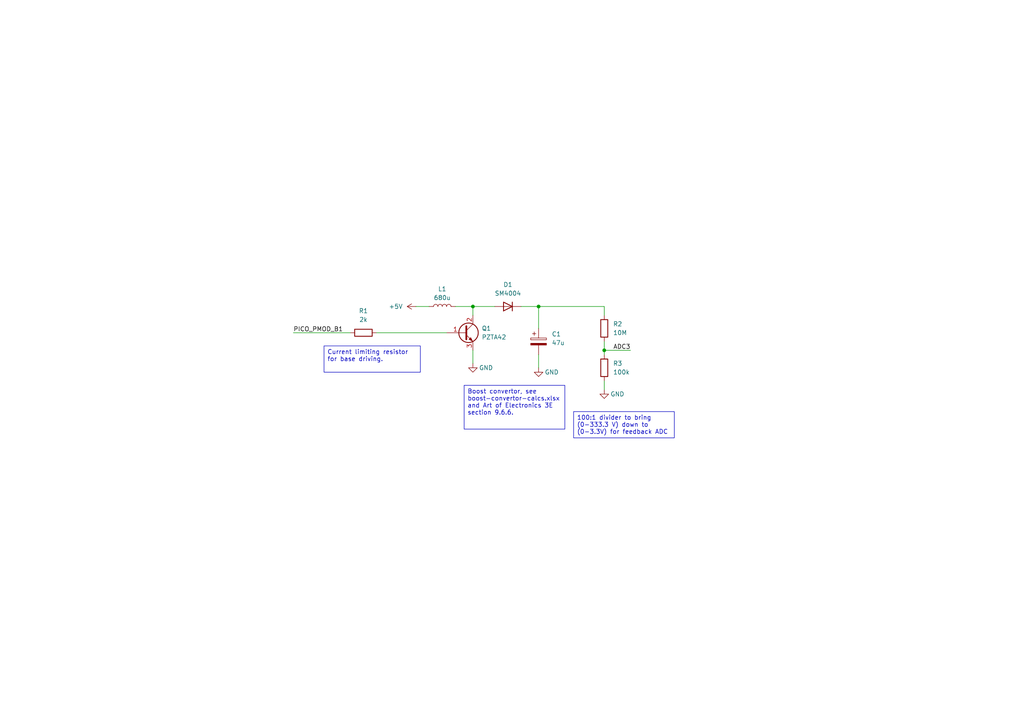
<source format=kicad_sch>
(kicad_sch (version 20230121) (generator eeschema)
  (paper "A4")
  (title_block (title "High voltage supply"))
  (lib_symbols
    (symbol "Device:C_Polarized" (pin_numbers hide) (pin_names (offset 0.254))
      (property "Reference" "C" (at 0.635 2.54 0))
      (property "Value" "C_Polarized" (at 0.635 -2.54 0))
      (symbol "C_Polarized_0_1"
        (rectangle (start -2.286 0.508) (end 2.286 1.016))
        (polyline (pts (xy -1.778 2.286) (xy -0.762 2.286)))
        (polyline (pts (xy -1.27 2.794) (xy -1.27 1.778)))
        (rectangle (start 2.286 -0.508) (end -2.286 -1.016) (fill (type outline)))
      )
      (symbol "C_Polarized_1_1"
        (pin passive line (at 0 3.81 270) (length 2.794) (name "~") (number "1"))
        (pin passive line (at 0 -3.81 90) (length 2.794) (name "~") (number "2"))
      )
    )
    (symbol "Device:L" (pin_numbers hide) (pin_names (offset 1.016) hide)
      (property "Reference" "L" (at -1.27 0 90))
      (property "Value" "L" (at 1.905 0 90))
      (symbol "L_0_1"
        (arc (start 0 -2.54) (mid 0.6323 -1.905) (end 0 -1.27))
        (arc (start 0 -1.27) (mid 0.6323 -0.635) (end 0 0))
        (arc (start 0 0) (mid 0.6323 0.635) (end 0 1.27))
        (arc (start 0 1.27) (mid 0.6323 1.905) (end 0 2.54))
      )
      (symbol "L_1_1"
        (pin passive line (at 0 3.81 270) (length 1.27) (name "1") (number "1"))
        (pin passive line (at 0 -3.81 90) (length 1.27) (name "2") (number "2"))
      )
    )
    (symbol "Device:R" (pin_numbers hide) (pin_names (offset 0))
      (property "Reference" "R" (at 2.032 0 90))
      (property "Value" "R" (at 0 0 90))
      (symbol "R_0_1"
        (rectangle (start -1.016 -2.54) (end 1.016 2.54) (stroke (width 0.254)))
      )
      (symbol "R_1_1"
        (pin passive line (at 0 3.81 270) (length 1.27) (name "~") (number "1"))
        (pin passive line (at 0 -3.81 90) (length 1.27) (name "~") (number "2"))
      )
    )
    (symbol "Diode:SM4004" (pin_numbers hide) (pin_names hide)
      (property "Reference" "D" (at 0 2.54 0))
      (property "Value" "SM4004" (at 0 -2.54 0))
      (symbol "SM4004_0_1"
        (polyline (pts (xy -1.27 1.27) (xy -1.27 -1.27)) (stroke (width 0.254)))
        (polyline (pts (xy 1.27 0) (xy -1.27 0)))
        (polyline (pts (xy 1.27 1.27) (xy 1.27 -1.27) (xy -1.27 0) (xy 1.27 1.27)) (stroke (width 0.254)))
      )
      (symbol "SM4004_1_1"
        (pin passive line (at -3.81 0 0) (length 2.54) (name "K") (number "1"))
        (pin passive line (at 3.81 0 180) (length 2.54) (name "A") (number "2"))
      )
    )
    (symbol "Transistor_BJT:PZTA42" (pin_names (offset 0) hide)
      (property "Reference" "Q" (at 5.08 1.905 0))
      (property "Value" "PZTA42" (at 5.08 0 0))
      (symbol "PZTA42_0_1"
        (polyline (pts (xy 0 0) (xy 0.635 0)))
        (polyline (pts (xy 2.54 -2.54) (xy 0.635 -0.635)))
        (polyline (pts (xy 2.54 2.54) (xy 0.635 0.635)))
        (polyline (pts (xy 0.635 1.905) (xy 0.635 -1.905) (xy 0.635 -1.905)) (stroke (width 0.508)))
        (polyline (pts (xy 2.286 -2.286) (xy 1.778 -1.778) (xy 1.778 -1.778)))
        (polyline (pts (xy 1.397 -1.905) (xy 1.905 -1.397) (xy 2.413 -2.413) (xy 1.397 -1.905) (xy 1.397 -1.905)) (fill (type outline)))
        (circle (center 1.27 0) (radius 2.8194) (stroke (width 0.254)))
      )
      (symbol "PZTA42_1_1"
        (pin input line (at -5.08 0 0) (length 5.08) (name "B") (number "1"))
        (pin passive line (at 2.54 5.08 270) (length 2.54) (name "C") (number "2"))
        (pin passive line (at 2.54 -5.08 90) (length 2.54) (name "E") (number "3"))
      )
    )
    (symbol "power:+5V" (power) (pin_names (offset 0))
      (property "Value" "+5V" (at 0 3.556 0))
      (symbol "+5V_0_1"
        (polyline (pts (xy -0.762 1.27) (xy 0 2.54)))
        (polyline (pts (xy 0 0) (xy 0 2.54)))
        (polyline (pts (xy 0 2.54) (xy 0.762 1.27)))
      )
      (symbol "+5V_1_1"
        (pin power_in line (at 0 0 90) (length 0) hide (name "+5V") (number "1"))
      )
    )
    (symbol "power:GND" (power) (pin_names (offset 0))
      (property "Value" "GND" (at 0 -3.81 0))
      (symbol "GND_0_1"
        (polyline (pts (xy 0 0) (xy 0 -1.27) (xy 1.27 -1.27) (xy 0 -2.54) (xy -1.27 -1.27) (xy 0 -1.27)))
      )
      (symbol "GND_1_1"
        (pin power_in line (at 0 0 270) (length 0) hide (name "GND") (number "1"))
      )
    )
  )
  (junction (at 156.21 88.9))
  (junction (at 175.26 101.6))
  (junction (at 137.16 88.9))
  (wire (pts (xy 132.08 88.9) (xy 137.16 88.9)))
  (wire (pts (xy 175.26 99.06) (xy 175.26 101.6)))
  (wire (pts (xy 137.16 88.9) (xy 143.51 88.9)))
  (wire (pts (xy 175.26 110.49) (xy 175.26 113.03)))
  (wire (pts (xy 156.21 88.9) (xy 175.26 88.9)))
  (wire (pts (xy 156.21 88.9) (xy 156.21 95.25)))
  (wire (pts (xy 137.16 101.6) (xy 137.16 105.41)))
  (wire (pts (xy 151.13 88.9) (xy 156.21 88.9)))
  (wire (pts (xy 120.65 88.9) (xy 124.46 88.9)))
  (wire (pts (xy 109.22 96.52) (xy 129.54 96.52)))
  (wire (pts (xy 156.21 102.87) (xy 156.21 106.68)))
  (wire (pts (xy 175.26 101.6) (xy 182.88 101.6)))
  (wire (pts (xy 175.26 88.9) (xy 175.26 91.44)))
  (wire (pts (xy 137.16 88.9) (xy 137.16 91.44)))
  (wire (pts (xy 85.09 96.52) (xy 101.6 96.52)))
  (wire (pts (xy 175.26 101.6) (xy 175.26 102.87)))
  (text_box "Boost convertor, see boost-convertor-calcs.xlsx and Art of Electronics 3E section 9.6.6." (at 134.62 111.76 0) (size 29.21 12.7) (effects (font (size 1.27 1.27)) (justify left top)))
  (text_box "100:1 divider to bring (0-333.3 V) down to (0-3.3V) for feedback ADC" (at 166.37 119.38 0) (size 29.21 7.62) (effects (font (size 1.27 1.27)) (justify left top)))
  (text_box "Current limiting resistor for base driving." (at 93.98 100.33 0) (size 27.94 7.62) (effects (font (size 1.27 1.27)) (justify left top)))
  (label "ADC3" (at 182.88 101.6 180))
  (label "PICO_PMOD_B1" (at 85.09 96.52 0))
  (symbol (lib_id "power:GND") (at 137.16 105.41 0) (mirror y) (unit 1)
    (property "Reference" "#PWR059" (effects hide))
    (property "Value" "GND" (at 140.97 106.68 0))
    (instances (project "pico-ice" (path "" (reference "#PWR059") (unit 1))) (project "nixieAccurateClock" (path "" (reference "#PWR024") (unit 1)) (path "" (reference "#PWR024") (unit 1))))
  )
  (symbol (lib_id "Diode:SM4004") (at 147.32 88.9 180) (unit 1)
    (property "Reference" "D1" (at 147.32 82.55 0))
    (property "Value" "SM4004" (at 147.32 85.09 0))
    (property "Footprint" "Diode_SMD:D_MELF" (effects hide))
    (property "Datasheet" "http://cdn-reichelt.de/documents/datenblatt/A400/SMD1N400%23DIO.pdf" (effects hide))
    (property "Sim.Device" "D" (effects hide))
    (property "Sim.Pins" "1=K 2=A" (effects hide))
  )
  (symbol (lib_id "power:+5V") (at 120.65 88.9 90) (unit 1)
    (property "Reference" "#PWR023" (effects hide))
    (property "Value" "+5V" (at 116.84 88.9 90) (effects (justify left)))
  )
  (symbol (lib_id "power:GND") (at 175.26 113.03 0) (mirror y) (unit 1)
    (property "Reference" "#PWR059" (effects hide))
    (property "Value" "GND" (at 179.07 114.3 0))
    (instances (project "pico-ice" (path "" (reference "#PWR059") (unit 1))) (project "nixieAccurateClock" (path "" (reference "#PWR026") (unit 1)) (path "" (reference "#PWR026") (unit 1))))
  )
  (symbol (lib_id "Device:R") (at 175.26 106.68 0) (unit 1)
    (property "Reference" "R3" (at 177.8 105.41 0) (effects (justify left)))
    (property "Value" "100k" (at 177.8 107.95 0) (effects (justify left)))
    (property "Footprint" "Resistor_SMD:R_0603_1608Metric" (effects hide))
  )
  (symbol (lib_id "Transistor_BJT:PZTA42") (at 134.62 96.52 0) (unit 1)
    (property "Reference" "Q1" (at 139.7 95.25 0) (effects (justify left)))
    (property "Value" "PZTA42" (at 139.7 97.79 0) (effects (justify left)))
    (property "Footprint" "Package_TO_SOT_SMD:SOT-223-3_TabPin2" (effects hide))
    (property "Datasheet" "https://www.onsemi.com/pub/Collateral/PZTA42T1-D.PDF" (effects hide))
  )
  (symbol (lib_id "Device:R") (at 175.26 95.25 0) (unit 1)
    (property "Reference" "R2" (at 177.8 93.98 0) (effects (justify left)))
    (property "Value" "10M" (at 177.8 96.52 0) (effects (justify left)))
    (property "Footprint" "Resistor_SMD:R_0603_1608Metric" (effects hide))
  )
  (symbol (lib_id "power:GND") (at 156.21 106.68 0) (mirror y) (unit 1)
    (property "Reference" "#PWR059" (effects hide))
    (property "Value" "GND" (at 160.02 107.95 0))
    (instances (project "pico-ice" (path "" (reference "#PWR059") (unit 1))) (project "nixieAccurateClock" (path "" (reference "#PWR025") (unit 1)) (path "" (reference "#PWR025") (unit 1))))
  )
  (symbol (lib_id "Device:L") (at 128.27 88.9 90) (unit 1)
    (property "Reference" "L1" (at 128.27 83.82 90))
    (property "Value" "680u" (at 128.27 86.36 90))
    (property "Footprint" "00_lib:IND_MSS1583_COC" (effects hide))
    (property "Datasheet" "https://www.coilcraft.com/getmedia/fbfe8ea7-f5d8-4484-859e-2285f427326d/mss1583.pdf" (effects hide))
  )
  (symbol (lib_id "Device:C_Polarized") (at 156.21 99.06 0) (unit 1)
    (property "Reference" "C1" (at 160.02 96.901 0) (effects (justify left)))
    (property "Value" "47u" (at 160.02 99.441 0) (effects (justify left)))
    (property "Footprint" "Capacitor_THT:C_Radial_D12.5mm_H20.0mm_P5.00mm" (effects hide))
    (property "Datasheet" "https://www.nichicon.co.jp/english/series_items/catalog_pdf/e-ucs.pdf" (effects hide))
    (property "Model" "UCS2E470MHD1TO" (effects hide))
  )
  (symbol (lib_id "Device:R") (at 105.41 96.52 90) (unit 1)
    (property "Reference" "R1" (at 105.41 90.17 90))
    (property "Value" "2k" (at 105.41 92.71 90))
    (property "Footprint" "Resistor_SMD:R_0603_1608Metric" (effects hide))
  )
)
</source>
